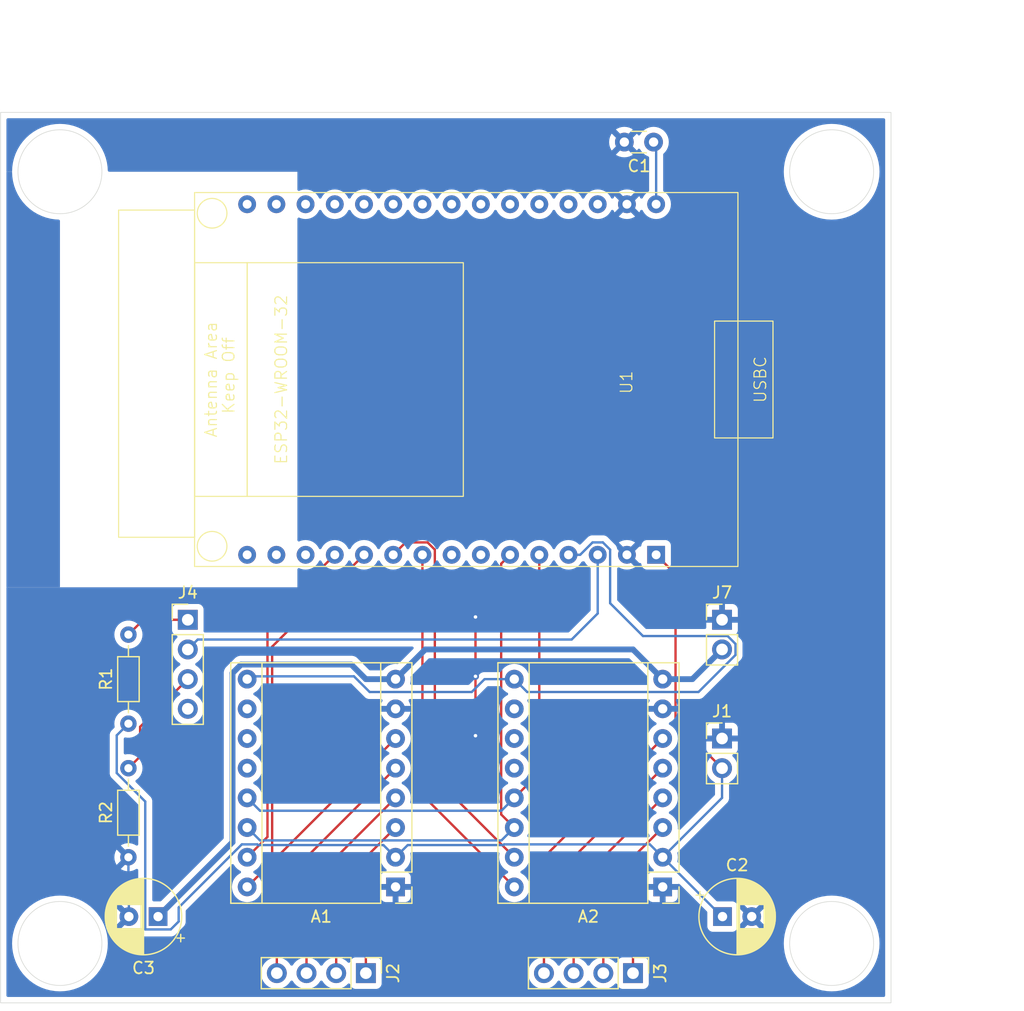
<source format=kicad_pcb>
(kicad_pcb (version 20240108) (generator "pcbnew") (generator_version "8.0")
  (layers (0 "F.Cu" signal) (31 "B.Cu" signal) (34 "B.Paste" user) (35 "F.Paste" user) (36 "B.SilkS" user "B.Silkscreen") (37 "F.SilkS" user "F.Silkscreen") (38 "B.Mask" user) (39 "F.Mask" user) (44 "Edge.Cuts" user))
  (net 0 "")
  (net 1 "+5V")
  (net 2 "M1_SLP")
  (net 3 "GND")
  (net 4 "M1_1B")
  (net 5 "M1_DIR")
  (net 7 "M1_STEP")
  (net 8 "M1_2B")
  (net 11 "EN")
  (net 12 "M1_1A")
  (net 13 "M1_2A")
  (net 14 "M1_RST")
  (net 15 "M2_STEP")
  (net 18 "M2_1A")
  (net 19 "M2_2B")
  (net 20 "M2_2A")
  (net 21 "M2_DIR")
  (net 22 "M2_1B")
  (net 42 "+3V3")
  (net 43 "Switch")
  (net 44 "Net-(J4-Pin_3)")
  (net 45 "Net-(J4-Pin_1)")
  (net 47 "+12V")
  (footprint "Connector_PinHeader_2.54mm:PinHeader_1x04_P2.54mm_Vertical" (layer "F.Cu") (at 181.12 124.46 -90)
    (property "Reference" "J3" (at 0 -2.33 90) (layer "F.SilkS"))
    (property "Value" "Rotation")
    (pad "1" thru_hole rect (at 0 0 270) (size 1.7 1.7) (drill 1) (layers "*.Cu" "*.Mask") (net 22 "M2_1B"))
    (pad "2" thru_hole oval (at 0 2.54 270) (size 1.7 1.7) (drill 1) (layers "*.Cu" "*.Mask") (net 18 "M2_1A"))
    (pad "3" thru_hole oval (at 0 5.08 270) (size 1.7 1.7) (drill 1) (layers "*.Cu" "*.Mask") (net 20 "M2_2A"))
    (pad "4" thru_hole oval (at 0 7.62 270) (size 1.7 1.7) (drill 1) (layers "*.Cu" "*.Mask") (net 19 "M2_2B"))
  )
  (footprint "Custom Library:ESP32-USBC-DevBoard" (layer "F.Cu") (at 183.1 83.66 90)
    (property "Reference" "U1" (at 9.76 -2.54 90) (layer "F.SilkS") (effects (font (thickness 0.1))))
    (property "Value" "ESP32 Dev-Kit")
    (fp_text user "Antenna Area" (at 10 -37.5 90) (layer "F.SilkS") (effects (font (thickness 0.1)) (justify bottom)))
    (fp_text user "ESP32-WROOM-32" (at 10 -31.5 90) (layer "F.SilkS") (effects (font (thickness 0.1)) (justify bottom)))
    (fp_text user "USBC" (at 10 9.5 90) (layer "F.SilkS") (effects (font (thickness 0.1)) (justify bottom)))
    (fp_text user "Keep Off" (at 7 -36 90) (layer "F.SilkS") (effects (font (thickness 0.1)) (justify left bottom)))
    (pad "1" thru_hole rect (at -5 0 90) (size 1.524 1.524) (drill 0.762) (layers "*.Cu" "*.Mask") (net 1 "+5V"))
    (pad "2" thru_hole circle (at -5 -2.5 90) (size 1.524 1.524) (drill 0.762) (layers "*.Cu" "*.Mask") (net 3 "GND"))
    (pad "3" thru_hole circle (at -5 -5 90) (size 1.524 1.524) (drill 0.762) (layers "*.Cu" "*.Mask") (net 43 "Switch"))
    (pad "4" thru_hole circle (at -5 -7.5 90) (size 1.524 1.524) (drill 0.762) (layers "*.Cu" "*.Mask") (net 11 "EN"))
    (pad "5" thru_hole circle (at -5 -10 90) (size 1.524 1.524) (drill 0.762) (layers "*.Cu" "*.Mask") (net 14 "M1_RST"))
    (pad "6" thru_hole circle (at -5 -12.5 90) (size 1.524 1.524) (drill 0.762) (layers "*.Cu" "*.Mask") (net 2 "M1_SLP"))
    (pad "7" thru_hole circle (at -5 -15 90) (size 1.524 1.524) (drill 0.762) (layers "*.Cu" "*.Mask"))
    (pad "8" thru_hole circle (at -5 -17.5 90) (size 1.524 1.524) (drill 0.762) (layers "*.Cu" "*.Mask"))
    (pad "9" thru_hole circle (at -5 -20 90) (size 1.524 1.524) (drill 0.762) (layers "*.Cu" "*.Mask") (net 21 "M2_DIR"))
    (pad "10" thru_hole circle (at -5 -22.5 90) (size 1.524 1.524) (drill 0.762) (layers "*.Cu" "*.Mask") (net 15 "M2_STEP"))
    (pad "11" thru_hole circle (at -5 -25 90) (size 1.524 1.524) (drill 0.762) (layers "*.Cu" "*.Mask") (net 5 "M1_DIR"))
    (pad "12" thru_hole circle (at -5 -27.5 90) (size 1.524 1.524) (drill 0.762) (layers "*.Cu" "*.Mask") (net 7 "M1_STEP"))
    (pad "13" thru_hole circle (at -5 -30 90) (size 1.524 1.524) (drill 0.762) (layers "*.Cu" "*.Mask"))
    (pad "14" thru_hole circle (at -5 -32.5 90) (size 1.524 1.524) (drill 0.762) (layers "*.Cu" "*.Mask"))
    (pad "15" thru_hole circle (at -5 -35 90) (size 1.524 1.524) (drill 0.762) (layers "*.Cu" "*.Mask"))
    (pad "16" thru_hole circle (at 25 -35 90) (size 1.524 1.524) (drill 0.762) (layers "*.Cu" "*.Mask"))
    (pad "17" thru_hole circle (at 25 -32.5 90) (size 1.524 1.524) (drill 0.762) (layers "*.Cu" "*.Mask"))
    (pad "18" thru_hole circle (at 25 -30 90) (size 1.524 1.524) (drill 0.762) (layers "*.Cu" "*.Mask"))
    (pad "19" thru_hole circle (at 25 -27.5 90) (size 1.524 1.524) (drill 0.762) (layers "*.Cu" "*.Mask"))
    (pad "20" thru_hole circle (at 25 -25 90) (size 1.524 1.524) (drill 0.762) (layers "*.Cu" "*.Mask"))
    (pad "21" thru_hole circle (at 25 -22.5 90) (size 1.524 1.524) (drill 0.762) (layers "*.Cu" "*.Mask"))
    (pad "22" thru_hole circle (at 25 -20 90) (size 1.524 1.524) (drill 0.762) (layers "*.Cu" "*.Mask"))
    (pad "23" thru_hole circle (at 25 -17.5 90) (size 1.524 1.524) (drill 0.762) (layers "*.Cu" "*.Mask"))
    (pad "24" thru_hole circle (at 25 -15 90) (size 1.524 1.524) (drill 0.762) (layers "*.Cu" "*.Mask"))
    (pad "25" thru_hole circle (at 25 -12.5 90) (size 1.524 1.524) (drill 0.762) (layers "*.Cu" "*.Mask"))
    (pad "26" thru_hole circle (at 25 -10 90) (size 1.524 1.524) (drill 0.762) (layers "*.Cu" "*.Mask"))
    (pad "27" thru_hole circle (at 25 -7.5 90) (size 1.524 1.524) (drill 0.762) (layers "*.Cu" "*.Mask"))
    (pad "28" thru_hole circle (at 25 -5 90) (size 1.524 1.524) (drill 0.762) (layers "*.Cu" "*.Mask"))
    (pad "29" thru_hole circle (at 25 -2.5 90) (size 1.524 1.524) (drill 0.762) (layers "*.Cu" "*.Mask") (net 3 "GND"))
    (pad "30" thru_hole circle (at 25 0 90) (size 1.524 1.524) (drill 0.762) (layers "*.Cu" "*.Mask") (net 42 "+3V3"))
    (zone (net 0) (net_name "") (layers "*.Cu") (connect_pads (clearance 0)) (min_thickness 0.254)
      (keepout (tracks not_allowed) (vias not_allowed) (pads not_allowed) (copperpour not_allowed) (footprints not_allowed))
      (fill (thermal_gap 0.508) (thermal_bridge_width 0.508))
      (polygon (pts (xy 148.1 87.16) (xy 148.1 59.16) (xy 137.1 59.16) (xy 137.1 87.16)))
    )
  )
  (footprint "Connector_PinHeader_2.54mm:PinHeader_1x02_P2.54mm_Vertical" (layer "F.Cu") (at 188.74 94.22)
    (property "Reference" "J7" (at 0 -2.33 0) (layer "F.SilkS"))
    (property "Value" "Stepper")
    (pad "1" thru_hole rect (at 0 0) (size 1.7 1.7) (drill 1) (layers "*.Cu" "*.Mask") (net 3 "GND"))
    (pad "2" thru_hole oval (at 0 2.54) (size 1.7 1.7) (drill 1) (layers "*.Cu" "*.Mask") (net 47 "+12V"))
  )
  (footprint "Capacitor_THT:CP_Radial_D6.3mm_P2.50mm" (layer "F.Cu") (at 140.48 119.62 180)
    (property "Reference" "C3" (at 1.25 -4.4 360) (layer "F.SilkS"))
    (property "Value" "C")
    (pad "1" thru_hole rect (at 0 0 180) (size 1.6 1.6) (drill 0.8) (layers "*.Cu" "*.Mask") (net 47 "+12V"))
    (pad "2" thru_hole circle (at 2.5 0 180) (size 1.6 1.6) (drill 0.8) (layers "*.Cu" "*.Mask") (net 3 "GND"))
  )
  (footprint "Resistor_THT:R_Axial_DIN0204_L3.6mm_D1.6mm_P7.62mm_Horizontal" (layer "F.Cu") (at 137.94 103.11 90)
    (property "Reference" "R1" (at 3.81 -1.92 90) (layer "F.SilkS"))
    (property "Value" "10k")
    (pad "1" thru_hole circle (at 0 0 90) (size 1.4 1.4) (drill 0.7) (layers "*.Cu" "*.Mask") (net 1 "+5V"))
    (pad "2" thru_hole oval (at 7.62 0 90) (size 1.4 1.4) (drill 0.7) (layers "*.Cu" "*.Mask") (net 45 "Net-(J4-Pin_1)"))
  )
  (footprint "Capacitor_THT:C_Disc_D3.0mm_W1.6mm_P2.50mm" (layer "F.Cu") (at 182.88 53.34 180)
    (property "Reference" "C1" (at 1.25 -2.05 360) (layer "F.SilkS"))
    (property "Value" "C")
    (pad "1" thru_hole circle (at 0 0 180) (size 1.6 1.6) (drill 0.8) (layers "*.Cu" "*.Mask") (net 42 "+3V3"))
    (pad "2" thru_hole circle (at 2.5 0 180) (size 1.6 1.6) (drill 0.8) (layers "*.Cu" "*.Mask") (net 3 "GND"))
  )
  (footprint "Connector_PinHeader_2.54mm:PinHeader_1x04_P2.54mm_Vertical" (layer "F.Cu") (at 158.26 124.46 -90)
    (property "Reference" "J2" (at 0 -2.33 90) (layer "F.SilkS"))
    (property "Value" "Slide")
    (pad "1" thru_hole rect (at 0 0 270) (size 1.7 1.7) (drill 1) (layers "*.Cu" "*.Mask") (net 4 "M1_1B"))
    (pad "2" thru_hole oval (at 0 2.54 270) (size 1.7 1.7) (drill 1) (layers "*.Cu" "*.Mask") (net 12 "M1_1A"))
    (pad "3" thru_hole oval (at 0 5.08 270) (size 1.7 1.7) (drill 1) (layers "*.Cu" "*.Mask") (net 13 "M1_2A"))
    (pad "4" thru_hole oval (at 0 7.62 270) (size 1.7 1.7) (drill 1) (layers "*.Cu" "*.Mask") (net 8 "M1_2B"))
  )
  (footprint "Module:Pololu_Breakout-16_15.2x20.3mm" (layer "F.Cu") (at 160.8 117.08 180)
    (property "Reference" "A1" (at 6.35 -2.54 360) (layer "F.SilkS"))
    (property "Value" "Stepper Driver Slider")
    (pad "1" thru_hole rect (at 0 0 180) (size 1.6 1.6) (drill 0.8) (layers "*.Cu" "*.Mask") (net 3 "GND"))
    (pad "2" thru_hole oval (at 0 2.54 180) (size 1.6 1.6) (drill 0.8) (layers "*.Cu" "*.Mask") (net 1 "+5V"))
    (pad "3" thru_hole oval (at 0 5.08 180) (size 1.6 1.6) (drill 0.8) (layers "*.Cu" "*.Mask") (net 4 "M1_1B"))
    (pad "4" thru_hole oval (at 0 7.62 180) (size 1.6 1.6) (drill 0.8) (layers "*.Cu" "*.Mask") (net 12 "M1_1A"))
    (pad "5" thru_hole oval (at 0 10.16 180) (size 1.6 1.6) (drill 0.8) (layers "*.Cu" "*.Mask") (net 13 "M1_2A"))
    (pad "6" thru_hole oval (at 0 12.7 180) (size 1.6 1.6) (drill 0.8) (layers "*.Cu" "*.Mask") (net 8 "M1_2B"))
    (pad "7" thru_hole oval (at 0 15.24 180) (size 1.6 1.6) (drill 0.8) (layers "*.Cu" "*.Mask") (net 3 "GND"))
    (pad "8" thru_hole oval (at 0 17.78 180) (size 1.6 1.6) (drill 0.8) (layers "*.Cu" "*.Mask") (net 47 "+12V"))
    (pad "9" thru_hole oval (at 12.7 17.78 180) (size 1.6 1.6) (drill 0.8) (layers "*.Cu" "*.Mask") (net 11 "EN"))
    (pad "10" thru_hole oval (at 12.7 15.24 180) (size 1.6 1.6) (drill 0.8) (layers "*.Cu" "*.Mask"))
    (pad "11" thru_hole oval (at 12.7 12.7 180) (size 1.6 1.6) (drill 0.8) (layers "*.Cu" "*.Mask"))
    (pad "12" thru_hole oval (at 12.7 10.16 180) (size 1.6 1.6) (drill 0.8) (layers "*.Cu" "*.Mask"))
    (pad "13" thru_hole oval (at 12.7 7.62 180) (size 1.6 1.6) (drill 0.8) (layers "*.Cu" "*.Mask") (net 14 "M1_RST"))
    (pad "14" thru_hole oval (at 12.7 5.08 180) (size 1.6 1.6) (drill 0.8) (layers "*.Cu" "*.Mask") (net 2 "M1_SLP"))
    (pad "15" thru_hole oval (at 12.7 2.54 180) (size 1.6 1.6) (drill 0.8) (layers "*.Cu" "*.Mask") (net 7 "M1_STEP"))
    (pad "16" thru_hole oval (at 12.7 0 180) (size 1.6 1.6) (drill 0.8) (layers "*.Cu" "*.Mask") (net 5 "M1_DIR"))
  )
  (footprint "Resistor_THT:R_Axial_DIN0204_L3.6mm_D1.6mm_P7.62mm_Horizontal" (layer "F.Cu") (at 137.94 114.54 90)
    (property "Reference" "R2" (at 3.81 -1.92 90) (layer "F.SilkS"))
    (property "Value" "10k")
    (pad "1" thru_hole circle (at 0 0 90) (size 1.4 1.4) (drill 0.7) (layers "*.Cu" "*.Mask") (net 3 "GND"))
    (pad "2" thru_hole oval (at 7.62 0 90) (size 1.4 1.4) (drill 0.7) (layers "*.Cu" "*.Mask") (net 44 "Net-(J4-Pin_3)"))
  )
  (footprint "Capacitor_THT:CP_Radial_D6.3mm_P2.50mm" (layer "F.Cu") (at 188.78 119.62)
    (property "Reference" "C2" (at 1.25 -4.4 0) (layer "F.SilkS"))
    (property "Value" "C")
    (pad "1" thru_hole rect (at 0 0) (size 1.6 1.6) (drill 0.8) (layers "*.Cu" "*.Mask") (net 1 "+5V"))
    (pad "2" thru_hole circle (at 2.5 0) (size 1.6 1.6) (drill 0.8) (layers "*.Cu" "*.Mask") (net 3 "GND"))
  )
  (footprint "Connector_PinHeader_2.54mm:PinHeader_1x02_P2.54mm_Vertical" (layer "F.Cu") (at 188.74 104.38)
    (property "Reference" "J1" (at 0 -2.33 0) (layer "F.SilkS"))
    (property "Value" "Logic")
    (pad "1" thru_hole rect (at 0 0) (size 1.7 1.7) (drill 1) (layers "*.Cu" "*.Mask") (net 3 "GND"))
    (pad "2" thru_hole oval (at 0 2.54) (size 1.7 1.7) (drill 1) (layers "*.Cu" "*.Mask") (net 1 "+5V"))
  )
  (footprint "Connector_PinHeader_2.54mm:PinHeader_1x04_P2.54mm_Vertical" (layer "F.Cu") (at 143.02 94.22)
    (property "Reference" "J4" (at 0 -2.33 0) (layer "F.SilkS"))
    (property "Value" "Slide_Switch")
    (pad "1" thru_hole rect (at 0 0) (size 1.7 1.7) (drill 1) (layers "*.Cu" "*.Mask") (net 45 "Net-(J4-Pin_1)"))
    (pad "2" thru_hole oval (at 0 2.54) (size 1.7 1.7) (drill 1) (layers "*.Cu" "*.Mask") (net 43 "Switch"))
    (pad "3" thru_hole oval (at 0 5.08) (size 1.7 1.7) (drill 1) (layers "*.Cu" "*.Mask") (net 44 "Net-(J4-Pin_3)"))
    (pad "4" thru_hole oval (at 0 7.62) (size 1.7 1.7) (drill 1) (layers "*.Cu" "*.Mask"))
  )
  (footprint "Module:Pololu_Breakout-16_15.2x20.3mm" (layer "F.Cu") (at 183.66 117.08 180)
    (property "Reference" "A2" (at 6.35 -2.54 360) (layer "F.SilkS"))
    (property "Value" "Stepper Driver Rotation")
    (pad "1" thru_hole rect (at 0 0 180) (size 1.6 1.6) (drill 0.8) (layers "*.Cu" "*.Mask") (net 3 "GND"))
    (pad "2" thru_hole oval (at 0 2.54 180) (size 1.6 1.6) (drill 0.8) (layers "*.Cu" "*.Mask") (net 1 "+5V"))
    (pad "3" thru_hole oval (at 0 5.08 180) (size 1.6 1.6) (drill 0.8) (layers "*.Cu" "*.Mask") (net 22 "M2_1B"))
    (pad "4" thru_hole oval (at 0 7.62 180) (size 1.6 1.6) (drill 0.8) (layers "*.Cu" "*.Mask") (net 18 "M2_1A"))
    (pad "5" thru_hole oval (at 0 10.16 180) (size 1.6 1.6) (drill 0.8) (layers "*.Cu" "*.Mask") (net 20 "M2_2A"))
    (pad "6" thru_hole oval (at 0 12.7 180) (size 1.6 1.6) (drill 0.8) (layers "*.Cu" "*.Mask") (net 19 "M2_2B"))
    (pad "7" thru_hole oval (at 0 15.24 180) (size 1.6 1.6) (drill 0.8) (layers "*.Cu" "*.Mask") (net 3 "GND"))
    (pad "8" thru_hole oval (at 0 17.78 180) (size 1.6 1.6) (drill 0.8) (layers "*.Cu" "*.Mask") (net 47 "+12V"))
    (pad "9" thru_hole oval (at 12.7 17.78 180) (size 1.6 1.6) (drill 0.8) (layers "*.Cu" "*.Mask") (net 11 "EN"))
    (pad "10" thru_hole oval (at 12.7 15.24 180) (size 1.6 1.6) (drill 0.8) (layers "*.Cu" "*.Mask"))
    (pad "11" thru_hole oval (at 12.7 12.7 180) (size 1.6 1.6) (drill 0.8) (layers "*.Cu" "*.Mask"))
    (pad "12" thru_hole oval (at 12.7 10.16 180) (size 1.6 1.6) (drill 0.8) (layers "*.Cu" "*.Mask"))
    (pad "13" thru_hole oval (at 12.7 7.62 180) (size 1.6 1.6) (drill 0.8) (layers "*.Cu" "*.Mask") (net 14 "M1_RST"))
    (pad "14" thru_hole oval (at 12.7 5.08 180) (size 1.6 1.6) (drill 0.8) (layers "*.Cu" "*.Mask") (net 2 "M1_SLP"))
    (pad "15" thru_hole oval (at 12.7 2.54 180) (size 1.6 1.6) (drill 0.8) (layers "*.Cu" "*.Mask") (net 15 "M2_STEP"))
    (pad "16" thru_hole oval (at 12.7 0 180) (size 1.6 1.6) (drill 0.8) (layers "*.Cu" "*.Mask") (net 21 "M2_DIR"))
  )
  (gr_rect (start 127 50.8) (end 203.2 127) (stroke (width 0.05)) (fill none) (layer "Edge.Cuts"))
  (gr_circle (center 132.08 55.88) (end 129.54 53.34) (stroke (width 0.05)) (fill none) (layer "Edge.Cuts"))
  (gr_circle (center 198.12 55.88) (end 200.66 53.34) (stroke (width 0.05)) (fill none) (layer "Edge.Cuts"))
  (gr_circle (center 198.12 121.92) (end 200.66 124.46) (stroke (width 0.05)) (fill none) (layer "Edge.Cuts"))
  (gr_circle (center 132.08 121.92) (end 129.54 124.46) (stroke (width 0.05)) (fill none) (layer "Edge.Cuts"))
  (segment (start 184.76 90.32) (end 183.1 88.66) (width 0.2) (layer "F.Cu") (net 1))
  (segment (start 188.74 106.92) (end 184.76 102.94) (width 0.2) (layer "F.Cu") (net 1))
  (segment (start 184.76 102.94) (end 184.76 90.32) (width 0.2) (layer "F.Cu") (net 1))
  (segment (start 137.94 103.11) (end 136.94 104.11) (width 0.2) (layer "B.Cu") (net 1))
  (segment (start 182.56 113.44) (end 183.66 114.54) (width 0.2) (layer "B.Cu") (net 1))
  (segment (start 161.84 113.5) (end 170.025685 113.5) (width 0.2) (layer "B.Cu") (net 1))
  (segment (start 148.974314 113.44) (end 149.034314 113.5) (width 0.2) (layer "B.Cu") (net 1))
  (segment (start 188.74 109.46) (end 183.66 114.54) (width 0.2) (layer "B.Cu") (net 1))
  (segment (start 160.8 114.54) (end 161.84 113.5) (width 0.2) (layer "B.Cu") (net 1))
  (segment (start 139.38 109.774214) (end 139.38 120.72) (width 0.2) (layer "B.Cu") (net 1))
  (segment (start 188.74 106.92) (end 188.74 109.46) (width 0.2) (layer "B.Cu") (net 1))
  (segment (start 139.38 120.72) (end 141.56 120.72) (width 0.2) (layer "B.Cu") (net 1))
  (segment (start 142.24 120.04) (end 142.24 118.844365) (width 0.2) (layer "B.Cu") (net 1))
  (segment (start 136.94 104.11) (end 136.94 107.334214) (width 0.2) (layer "B.Cu") (net 1))
  (segment (start 142.24 118.844365) (end 147.644365 113.44) (width 0.2) (layer "B.Cu") (net 1))
  (segment (start 188.74 119.62) (end 188.78 119.62) (width 0.2) (layer "B.Cu") (net 1))
  (segment (start 183.66 114.54) (end 188.74 119.62) (width 0.2) (layer "B.Cu") (net 1))
  (segment (start 159.76 113.5) (end 160.8 114.54) (width 0.2) (layer "B.Cu") (net 1))
  (segment (start 136.94 107.334214) (end 139.38 109.774214) (width 0.2) (layer "B.Cu") (net 1))
  (segment (start 170.025685 113.5) (end 170.085685 113.44) (width 0.2) (layer "B.Cu") (net 1))
  (segment (start 141.56 120.72) (end 142.24 120.04) (width 0.2) (layer "B.Cu") (net 1))
  (segment (start 149.034314 113.5) (end 159.76 113.5) (width 0.2) (layer "B.Cu") (net 1))
  (segment (start 170.085685 113.44) (end 182.56 113.44) (width 0.2) (layer "B.Cu") (net 1))
  (segment (start 147.644365 113.44) (end 148.974314 113.44) (width 0.2) (layer "B.Cu") (net 1))
  (segment (start 170.6 88.66) (end 169.838001 89.421999) (width 0.2) (layer "F.Cu") (net 2))
  (segment (start 169.838001 110.878001) (end 170.96 112) (width 0.2) (layer "F.Cu") (net 2))
  (segment (start 169.838001 89.421999) (end 169.838001 110.878001) (width 0.2) (layer "F.Cu") (net 2))
  (segment (start 170.96 112) (end 169.86 113.1) (width 0.2) (layer "B.Cu") (net 2))
  (segment (start 169.86 113.1) (end 149.2 113.1) (width 0.2) (layer "B.Cu") (net 2))
  (segment (start 149.2 113.1) (end 148.1 112) (width 0.2) (layer "B.Cu") (net 2))
  (segment (start 167.64 93.98) (end 167.64 104.14) (width 0.2) (layer "F.Cu") (net 3))
  (via (at 167.64 93.98) (size 0.6) (drill 0.3) (layers "F.Cu" "B.Cu") (net 3))
  (via (at 167.64 99.06) (size 0.6) (drill 0.3) (layers "F.Cu" "B.Cu") (net 3))
  (via (at 167.64 104.14) (size 0.6) (drill 0.3) (layers "F.Cu" "B.Cu") (net 3))
  (segment (start 137.98 117.12) (end 137.98 119.62) (width 0.2) (layer "B.Cu") (net 3))
  (segment (start 137.94 114.54) (end 137.94 117.08) (width 0.2) (layer "B.Cu") (net 3))
  (segment (start 137.94 117.08) (end 137.98 117.12) (width 0.2) (layer "B.Cu") (net 3))
  (segment (start 158.26 114.54) (end 158.26 124.7) (width 0.2) (layer "F.Cu") (net 4))
  (segment (start 160.8 112) (end 158.26 114.54) (width 0.2) (layer "F.Cu") (net 4))
  (segment (start 158.1 88.66) (end 150.24 96.52) (width 0.2) (layer "F.Cu") (net 5))
  (segment (start 150.24 114.94) (end 148.1 117.08) (width 0.2) (layer "F.Cu") (net 5))
  (segment (start 150.24 96.52) (end 150.24 114.94) (width 0.2) (layer "F.Cu") (net 5))
  (segment (start 149.84 112.8) (end 148.1 114.54) (width 0.2) (layer "F.Cu") (net 7))
  (segment (start 149.84 94.42) (end 149.84 112.8) (width 0.2) (layer "F.Cu") (net 7))
  (segment (start 155.6 88.66) (end 149.84 94.42) (width 0.2) (layer "F.Cu") (net 7))
  (segment (start 150.64 114.54) (end 150.64 124.7) (width 0.2) (layer "F.Cu") (net 8))
  (segment (start 160.8 104.38) (end 150.64 114.54) (width 0.2) (layer "F.Cu") (net 8))
  (segment (start 172.06 100.4) (end 170.96 99.3) (width 0.2) (layer "B.Cu") (net 11))
  (segment (start 189.216346 95.61) (end 189.89 96.283654) (width 0.2) (layer "B.Cu") (net 11))
  (segment (start 175.6 88.66) (end 176.598105 88.66) (width 0.2) (layer "B.Cu") (net 11))
  (segment (start 157.71 99.527817) (end 157.242182 99.06) (width 0.2) (layer "B.Cu") (net 11))
  (segment (start 158.582183 100.4) (end 157.71 99.527817) (width 0.2) (layer "B.Cu") (net 11))
  (segment (start 176.598105 88.66) (end 177.660105 87.598) (width 0.2) (layer "B.Cu") (net 11))
  (segment (start 189.89 97.236346) (end 186.726346 100.4) (width 0.2) (layer "B.Cu") (net 11))
  (segment (start 186.726346 100.4) (end 172.06 100.4) (width 0.2) (layer "B.Cu") (net 11))
  (segment (start 148.34 99.06) (end 148.1 99.3) (width 0.2) (layer "B.Cu") (net 11))
  (segment (start 168.42 99.3) (end 167.32 100.4) (width 0.2) (layer "B.Cu") (net 11))
  (segment (start 170.96 99.3) (end 168.42 99.3) (width 0.2) (layer "B.Cu") (net 11))
  (segment (start 177.660105 87.598) (end 178.539895 87.598) (width 0.2) (layer "B.Cu") (net 11))
  (segment (start 167.32 100.4) (end 158.582183 100.4) (width 0.2) (layer "B.Cu") (net 11))
  (segment (start 179.162 92.802) (end 181.97 95.61) (width 0.2) (layer "B.Cu") (net 11))
  (segment (start 157.242182 99.06) (end 148.34 99.06) (width 0.2) (layer "B.Cu") (net 11))
  (segment (start 178.539895 87.598) (end 179.162 88.220105) (width 0.2) (layer "B.Cu") (net 11))
  (segment (start 181.97 95.61) (end 189.216346 95.61) (width 0.2) (layer "B.Cu") (net 11))
  (segment (start 179.162 88.220105) (end 179.162 92.802) (width 0.2) (layer "B.Cu") (net 11))
  (segment (start 189.89 96.283654) (end 189.89 97.236346) (width 0.2) (layer "B.Cu") (net 11))
  (segment (start 155.72 114.54) (end 155.72 124.7) (width 0.2) (layer "F.Cu") (net 12))
  (segment (start 160.8 109.46) (end 155.72 114.54) (width 0.2) (layer "F.Cu") (net 12))
  (segment (start 153.18 114.54) (end 153.18 124.7) (width 0.2) (layer "F.Cu") (net 13))
  (segment (start 160.8 106.92) (end 153.18 114.54) (width 0.2) (layer "F.Cu") (net 13))
  (segment (start 173.1 107.32) (end 170.96 109.46) (width 0.2) (layer "F.Cu") (net 14))
  (segment (start 173.1 88.66) (end 173.1 107.32) (width 0.2) (layer "F.Cu") (net 14))
  (segment (start 149.2 110.56) (end 148.1 109.46) (width 0.2) (layer "B.Cu") (net 14))
  (segment (start 170.96 109.46) (end 169.86 110.56) (width 0.2) (layer "B.Cu") (net 14))
  (segment (start 169.86 110.56) (end 149.2 110.56) (width 0.2) (layer "B.Cu") (net 14))
  (segment (start 161.662 87.598) (end 163.539895 87.598) (width 0.2) (layer "F.Cu") (net 15))
  (segment (start 164.162 88.220105) (end 164.162 107.742) (width 0.2) (layer "F.Cu") (net 15))
  (segment (start 160.6 88.66) (end 161.662 87.598) (width 0.2) (layer "F.Cu") (net 15))
  (segment (start 164.162 107.742) (end 170.96 114.54) (width 0.2) (layer "F.Cu") (net 15))
  (segment (start 163.539895 87.598) (end 164.162 88.220105) (width 0.2) (layer "F.Cu") (net 15))
  (segment (start 178.58 114.54) (end 178.58 124.7) (width 0.2) (layer "F.Cu") (net 18))
  (segment (start 183.66 109.46) (end 178.58 114.54) (width 0.2) (layer "F.Cu") (net 18))
  (segment (start 183.66 104.38) (end 173.5 114.54) (width 0.2) (layer "F.Cu") (net 19))
  (segment (start 173.5 114.54) (end 173.5 124.7) (width 0.2) (layer "F.Cu") (net 19))
  (segment (start 176.04 114.54) (end 176.04 124.7) (width 0.2) (layer "F.Cu") (net 20))
  (segment (start 183.66 106.92) (end 176.04 114.54) (width 0.2) (layer "F.Cu") (net 20))
  (segment (start 163.1 88.66) (end 163.1 109.22) (width 0.2) (layer "F.Cu") (net 21))
  (segment (start 163.1 109.22) (end 170.96 117.08) (width 0.2) (layer "F.Cu") (net 21))
  (segment (start 181.12 114.54) (end 181.12 124.7) (width 0.2) (layer "F.Cu") (net 22))
  (segment (start 183.66 112) (end 181.12 114.54) (width 0.2) (layer "F.Cu") (net 22))
  (segment (start 183.1 58.66) (end 183.1 53.56) (width 0.2) (layer "B.Cu") (net 42))
  (segment (start 183.1 53.56) (end 182.88 53.34) (width 0.2) (layer "B.Cu") (net 42))
  (segment (start 178.1 93.68) (end 178.1 88.66) (width 0.2) (layer "B.Cu") (net 43))
  (segment (start 175.87 95.91) (end 178.1 93.68) (width 0.2) (layer "B.Cu") (net 43))
  (segment (start 143.02 96.76) (end 143.87 95.91) (width 0.2) (layer "B.Cu") (net 43))
  (segment (start 143.87 95.91) (end 175.87 95.91) (width 0.2) (layer "B.Cu") (net 43))
  (segment (start 138.94 105.92) (end 137.94 106.92) (width 0.2) (layer "F.Cu") (net 44))
  (segment (start 138.94 103.38) (end 138.94 105.92) (width 0.2) (layer "F.Cu") (net 44))
  (segment (start 143.02 99.3) (end 138.94 103.38) (width 0.2) (layer "F.Cu") (net 44))
  (segment (start 143.02 94.22) (end 139.21 94.22) (width 0.2) (layer "F.Cu") (net 45))
  (segment (start 139.21 94.22) (end 137.94 95.49) (width 0.2) (layer "F.Cu") (net 45))
  (segment (start 146.85 98.782233) (end 146.85 113.25) (width 0.5) (layer "B.Cu") (net 47))
  (segment (start 147.582233 98.05) (end 146.85 98.782233) (width 0.5) (layer "B.Cu") (net 47))
  (segment (start 157.01 98.05) (end 147.582233 98.05) (width 0.5) (layer "B.Cu") (net 47))
  (segment (start 158.26 99.3) (end 157.01 98.05) (width 0.5) (layer "B.Cu") (net 47))
  (segment (start 160.8 99.3) (end 158.26 99.3) (width 0.5) (layer "B.Cu") (net 47))
  (segment (start 186.2 99.3) (end 188.74 96.76) (width 0.5) (layer "B.Cu") (net 47))
  (segment (start 160.8 99.3) (end 163.34 96.76) (width 0.5) (layer "B.Cu") (net 47))
  (segment (start 181.12 96.76) (end 183.66 99.3) (width 0.5) (layer "B.Cu") (net 47))
  (segment (start 183.66 99.3) (end 186.2 99.3) (width 0.5) (layer "B.Cu") (net 47))
  (segment (start 146.85 113.25) (end 140.48 119.62) (width 0.5) (layer "B.Cu") (net 47))
  (segment (start 163.34 96.76) (end 181.12 96.76) (width 0.5) (layer "B.Cu") (net 47))
  (zone (net 3) (net_name "GND") (layer "B.Cu") (connect_pads (clearance 0.5)) (min_thickness 0.25) (fill yes (thermal_gap 0.5) (thermal_bridge_width 0.5))
    (polygon (pts (xy 127 50.8) (xy 203.2 50.8) (xy 203.2 127) (xy 127 127) (xy 127 91.44) (xy 152.4 91.44) (xy 152.4 55.88) (xy 127 55.88)))
  )
  (zone (net 3) (net_name "GND") (layer "B.Cu") (priority 1) (connect_pads (clearance 0.5)) (min_thickness 0.25) (fill yes (thermal_gap 0.5) (thermal_bridge_width 0.5))
    (polygon (pts (xy 127 55.88) (xy 132.08 55.88) (xy 132.08 91.44) (xy 127 91.44)))
  )
)
</source>
